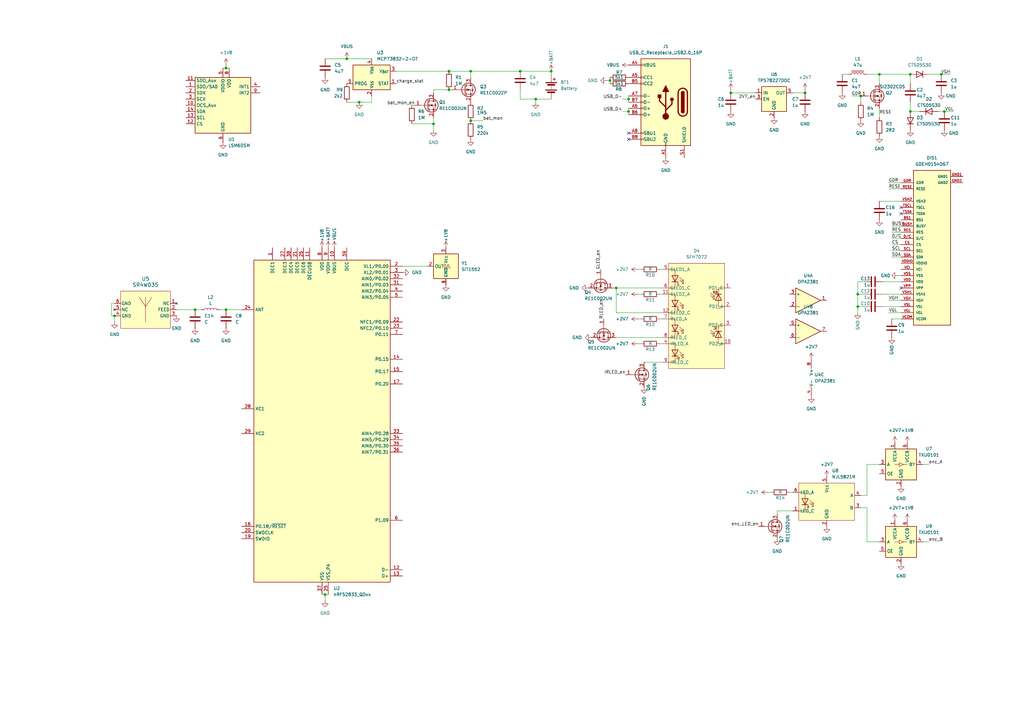
<source format=kicad_sch>
(kicad_sch (version 20250114) (generator "eeschema") (generator_version "9.0")
  (paper "A3")
  (text "TODO:\nIMU\nnRF\nLED resistors\nLevel shift en\nE-paper power\ntrans amp\nfilter\nadc?" (at -46.228 50.546 0) (effects (font (size 6.35 6.35))))
  (junction (at 213.36 29.21))
  (junction (at 360.68 30.48))
  (junction (at 257.81 45.72))
  (junction (at 250.19 33.02))
  (junction (at 46.99 129.54))
  (junction (at 92.71 27.94))
  (junction (at 386.08 30.48))
  (junction (at 184.15 29.21))
  (junction (at 92.71 127))
  (junction (at 351.79 120.65))
  (junction (at 351.79 125.73))
  (junction (at 252.73 118.11))
  (junction (at 373.38 30.48))
  (junction (at 373.38 45.72))
  (junction (at 80.01 127))
  (junction (at 353.06 39.37))
  (junction (at 226.06 29.21))
  (junction (at 133.35 243.84))
  (junction (at 299.72 38.1))
  (junction (at 142.24 24.13))
  (junction (at 330.2 38.1))
  (junction (at 193.04 29.21))
  (junction (at 184.15 36.83))
  (junction (at 193.04 49.53))
  (junction (at 387.35 45.72))
  (junction (at 147.32 41.91))
  (junction (at 257.81 40.64))
  (junction (at 177.8 50.8))
  (junction (at 219.71 40.64))
  (no_connect (at 257.81 54.61))
  (no_connect (at 369.57 87.63))
  (no_connect (at 369.57 118.11))
  (no_connect (at 257.81 57.15))
  (no_connect (at 369.57 85.09))
  (wire (pts (xy 355.6 222.25) (xy 360.68 222.25)))
  (wire (pts (xy 364.49 77.47) (xy 369.57 77.47)))
  (wire (pts (xy 353.06 39.37) (xy 353.06 41.91)))
  (wire (pts (xy 184.15 36.83) (xy 185.42 36.83)))
  (wire (pts (xy 193.04 29.21) (xy 193.04 31.75)))
  (wire (pts (xy 365.76 92.71) (xy 369.57 92.71)))
  (wire (pts (xy 45.72 129.54) (xy 46.99 129.54)))
  (wire (pts (xy 354.33 125.73) (xy 351.79 125.73)))
  (wire (pts (xy 255.27 45.72) (xy 257.81 45.72)))
  (wire (pts (xy 373.38 45.72) (xy 377.19 45.72)))
  (wire (pts (xy 226.06 29.21) (xy 226.06 30.48)))
  (wire (pts (xy 219.71 40.64) (xy 219.71 41.91)))
  (wire (pts (xy 177.8 53.34) (xy 177.8 50.8)))
  (wire (pts (xy 219.71 40.64) (xy 226.06 40.64)))
  (wire (pts (xy 177.8 36.83) (xy 184.15 36.83)))
  (wire (pts (xy 80.01 127) (xy 82.55 127)))
  (wire (pts (xy 378.46 222.25) (xy 381 222.25)))
  (wire (pts (xy 365.76 100.33) (xy 369.57 100.33)))
  (wire (pts (xy 248.92 33.02) (xy 250.19 33.02)))
  (wire (pts (xy 365.76 130.81) (xy 369.57 130.81)))
  (wire (pts (xy 360.68 82.55) (xy 369.57 82.55)))
  (wire (pts (xy 162.56 29.21) (xy 184.15 29.21)))
  (wire (pts (xy 257.81 44.45) (xy 257.81 45.72)))
  (wire (pts (xy 198.12 49.53) (xy 193.04 49.53)))
  (wire (pts (xy 168.91 50.8) (xy 177.8 50.8)))
  (wire (pts (xy 261.62 140.97) (xy 262.89 140.97)))
  (wire (pts (xy 252.73 138.43) (xy 271.78 138.43)))
  (wire (pts (xy 213.36 40.64) (xy 213.36 36.83)))
  (wire (pts (xy 368.3 113.03) (xy 369.57 113.03)))
  (wire (pts (xy 330.2 36.83) (xy 330.2 38.1)))
  (wire (pts (xy 299.72 38.1) (xy 299.72 36.83)))
  (wire (pts (xy 170.18 43.18) (xy 168.91 43.18)))
  (wire (pts (xy 360.68 190.5) (xy 355.6 190.5)))
  (wire (pts (xy 361.95 115.57) (xy 369.57 115.57)))
  (wire (pts (xy 252.73 128.27) (xy 271.78 128.27)))
  (wire (pts (xy 252.73 118.11) (xy 252.73 128.27)))
  (wire (pts (xy 325.12 38.1) (xy 330.2 38.1)))
  (wire (pts (xy 92.71 127) (xy 99.06 127)))
  (wire (pts (xy 354.33 115.57) (xy 351.79 115.57)))
  (wire (pts (xy 142.24 24.13) (xy 152.4 24.13)))
  (wire (pts (xy 345.44 30.48) (xy 347.98 30.48)))
  (wire (pts (xy 72.39 127) (xy 80.01 127)))
  (wire (pts (xy 133.35 24.13) (xy 142.24 24.13)))
  (wire (pts (xy 314.96 201.93) (xy 316.23 201.93)))
  (wire (pts (xy 373.38 34.29) (xy 373.38 30.48)))
  (wire (pts (xy 361.95 125.73) (xy 369.57 125.73)))
  (wire (pts (xy 270.51 140.97) (xy 271.78 140.97)))
  (wire (pts (xy 46.99 132.08) (xy 46.99 129.54)))
  (wire (pts (xy 264.16 148.59) (xy 271.78 148.59)))
  (wire (pts (xy 378.46 190.5) (xy 381 190.5)))
  (wire (pts (xy 361.95 120.65) (xy 369.57 120.65)))
  (wire (pts (xy 387.35 45.72) (xy 391.16 45.72)))
  (wire (pts (xy 381 30.48) (xy 386.08 30.48)))
  (wire (pts (xy 355.6 30.48) (xy 360.68 30.48)))
  (wire (pts (xy 349.25 39.37) (xy 353.06 39.37)))
  (wire (pts (xy 299.72 38.1) (xy 309.88 38.1)))
  (wire (pts (xy 364.49 74.93) (xy 369.57 74.93)))
  (wire (pts (xy 132.08 243.84) (xy 133.35 243.84)))
  (wire (pts (xy 325.12 209.55) (xy 318.77 209.55)))
  (wire (pts (xy 90.17 127) (xy 92.71 127)))
  (wire (pts (xy 193.04 29.21) (xy 213.36 29.21)))
  (wire (pts (xy 373.38 45.72) (xy 373.38 41.91)))
  (wire (pts (xy 213.36 29.21) (xy 226.06 29.21)))
  (wire (pts (xy 351.79 115.57) (xy 351.79 120.65)))
  (wire (pts (xy 364.49 128.27) (xy 369.57 128.27)))
  (wire (pts (xy 351.79 125.73) (xy 351.79 128.27)))
  (wire (pts (xy 270.51 110.49) (xy 271.78 110.49)))
  (wire (pts (xy 147.32 41.91) (xy 152.4 41.91)))
  (wire (pts (xy 360.68 30.48) (xy 373.38 30.48)))
  (wire (pts (xy 351.79 120.65) (xy 351.79 125.73)))
  (wire (pts (xy 261.62 130.81) (xy 262.89 130.81)))
  (wire (pts (xy 318.77 209.55) (xy 318.77 210.82)))
  (wire (pts (xy 365.76 95.25) (xy 369.57 95.25)))
  (wire (pts (xy 91.44 27.94) (xy 92.71 27.94)))
  (wire (pts (xy 92.71 27.94) (xy 93.98 27.94)))
  (wire (pts (xy 261.62 110.49) (xy 262.89 110.49)))
  (wire (pts (xy 354.33 120.65) (xy 351.79 120.65)))
  (wire (pts (xy 360.68 44.45) (xy 360.68 48.26)))
  (wire (pts (xy 261.62 120.65) (xy 262.89 120.65)))
  (wire (pts (xy 213.36 40.64) (xy 219.71 40.64)))
  (wire (pts (xy 323.85 201.93) (xy 325.12 201.93)))
  (wire (pts (xy 364.49 123.19) (xy 369.57 123.19)))
  (wire (pts (xy 257.81 40.64) (xy 257.81 41.91)))
  (wire (pts (xy 133.35 243.84) (xy 134.62 243.84)))
  (wire (pts (xy 177.8 36.83) (xy 177.8 38.1)))
  (wire (pts (xy 355.6 208.28) (xy 355.6 222.25)))
  (wire (pts (xy 152.4 41.91) (xy 152.4 39.37)))
  (wire (pts (xy 271.78 118.11) (xy 252.73 118.11)))
  (wire (pts (xy 257.81 39.37) (xy 257.81 40.64)))
  (wire (pts (xy 184.15 29.21) (xy 193.04 29.21)))
  (wire (pts (xy 250.19 33.02) (xy 250.19 34.29)))
  (wire (pts (xy 365.76 105.41) (xy 369.57 105.41)))
  (wire (pts (xy 250.19 31.75) (xy 250.19 33.02)))
  (wire (pts (xy 46.99 124.46) (xy 45.72 124.46)))
  (wire (pts (xy 355.6 190.5) (xy 355.6 203.2)))
  (wire (pts (xy 92.71 26.67) (xy 92.71 27.94)))
  (wire (pts (xy 177.8 50.8) (xy 177.8 48.26)))
  (wire (pts (xy 270.51 120.65) (xy 271.78 120.65)))
  (wire (pts (xy 255.27 40.64) (xy 257.81 40.64)))
  (wire (pts (xy 45.72 124.46) (xy 45.72 129.54)))
  (wire (pts (xy 142.24 41.91) (xy 147.32 41.91)))
  (wire (pts (xy 360.68 30.48) (xy 360.68 34.29)))
  (wire (pts (xy 386.08 30.48) (xy 389.89 30.48)))
  (wire (pts (xy 165.1 109.22) (xy 175.26 109.22)))
  (wire (pts (xy 251.46 118.11) (xy 252.73 118.11)))
  (wire (pts (xy 387.35 45.72) (xy 384.81 45.72)))
  (wire (pts (xy 365.76 97.79) (xy 369.57 97.79)))
  (wire (pts (xy 355.6 203.2) (xy 353.06 203.2)))
  (wire (pts (xy 365.76 102.87) (xy 369.57 102.87)))
  (wire (pts (xy 257.81 45.72) (xy 257.81 46.99)))
  (wire (pts (xy 270.51 130.81) (xy 271.78 130.81)))
  (wire (pts (xy 133.35 243.84) (xy 133.35 246.38)))
  (wire (pts (xy 353.06 208.28) (xy 355.6 208.28)))
  (label "enc_B" (at 381 222.25 0))
  (label "SDA" (at 365.76 105.41 0))
  (label "bat_mon" (at 198.12 49.53 0))
  (label "RESE" (at 364.49 77.47 0))
  (label "CS" (at 365.76 100.33 0))
  (label "VGL" (at 364.49 128.27 0))
  (label "SCL" (at 365.76 102.87 0))
  (label "VGH" (at 364.49 123.19 0))
  (label "IRLED_en" (at 256.54 153.67 180))
  (label "GLED_en" (at 246.38 110.49 90))
  (label "enc_A" (at 381 190.5 0))
  (label "USB_D-" (at 255.27 40.64 180))
  (label "GDR" (at 349.25 39.37 0))
  (label "RLED_en" (at 247.65 130.81 90))
  (label "charge_stat" (at 162.56 34.29 0))
  (label "RES" (at 365.76 95.25 0))
  (label "GDR" (at 364.49 74.93 0))
  (label "RESE" (at 360.68 46.99 0))
  (label "enc_LED_en" (at 311.15 215.9 180))
  (label "BUSY" (at 365.76 92.71 0))
  (label "VGH" (at 389.89 30.48 180))
  (label "2V7_en" (at 309.88 40.64 180))
  (label "USB_D+" (at 255.27 45.72 180))
  (label "VGL" (at 391.16 45.72 180))
  (label "bat_mon_en" (at 170.18 43.18 180))
  (label "D{slash}C" (at 365.76 97.79 0))
  (symbol (lib_name "GND_1") (lib_id "power:GND") (at 133.35 31.75 0) (unit 1)
    (property "Reference" "#PWR031" (effects (hide yes)))
    (property "Value" "GND" (at 133.35 36.83 0))
    (property "Description" "Power symbol creates a global label with name \"GND\" , ground" (effects (hide yes)))
  )
  (symbol (lib_id "MCU_Nordic:nRF52833_QDxx") (at 132.08 172.72 0) (unit 1)
    (property "Reference" "U2" (at 136.7633 241.3 0) (effects (justify left)))
    (property "Value" "nRF52833_QDxx" (at 136.7633 243.84 0) (effects (justify left)))
    (property "Footprint" "Package_DFN_QFN:QFN-40-1EP_5x5mm_P0.4mm_EP3.6x3.6mm" (effects (hide yes)))
    (property "Datasheet" "https://infocenter.nordicsemi.com/pdf/nRF52833_PS_v1.5.pdf" (effects (hide yes)))
    (property "Description" "Multiprotocol BLE/ANT/2.4 GHz/802.15.4 Cortex-M4F SoC, QFN-40" (effects (hide yes)))
  )
  (symbol (lib_name "GND_1") (lib_id "power:GND") (at 369.57 199.39 0) (unit 1)
    (property "Reference" "#PWR052" (effects (hide yes)))
    (property "Value" "GND" (at 369.57 204.47 0))
    (property "Description" "Power symbol creates a global label with name \"GND\" , ground" (effects (hide yes)))
  )
  (symbol (lib_id "Device:R") (at 193.04 53.34 0) (unit 1)
    (property "Reference" "R5" (at 195.58 52.0699 0) (effects (justify left)))
    (property "Value" "220k" (at 195.58 54.6099 0) (effects (justify left)))
    (property "Footprint" "Resistor_SMD:R_0402_1005Metric" (effects (hide yes)))
    (property "Description" "Resistor" (effects (hide yes)))
  )
  (symbol (lib_id "Transistor_FET:Q_NMOS_GSD") (at 247.65 135.89 270) (unit 1)
    (property "Reference" "Q5" (at 241.046 140.208 90) (effects (justify left)))
    (property "Value" "RE1C002UN" (at 241.046 142.748 90) (effects (justify left)))
    (property "Footprint" "Package_TO_SOT_SMD:SOT-416" (effects (hide yes)))
    (property "Datasheet" "https://fscdn.rohm.com/en/products/databook/datasheet/discrete/transistor/mosfet/re1c002untcl-e.pdf" (effects (hide yes)))
    (property "Description" "N-MOSFET transistor, gate/source/drain" (effects (hide yes)))
  )
  (symbol (lib_id "000_library:OPA2381") (at 335.28 154.94 0) (unit 3)
    (property "Reference" "U4" (at 334.01 153.6699 0) (effects (justify left)))
    (property "Value" "OPA2381" (at 334.01 156.2099 0) (effects (justify left)))
    (property "Footprint" "Package_DFN_QFN:DFN-8-1EP_3x3mm_P0.65mm_EP1.55x2.4mm" (effects (hide yes)))
    (property "Datasheet" "https://www.ti.com/lit/ds/symlink/opa2381.pdf?ts=1761107639892&ref_url=https%253A%252F%252Fwww.ti.com%252Fproduct%252FOPA2381" (effects (hide yes)))
    (property "Description" "Precision, Low Power, 18MHz  Transimpedance Amplifier" (effects (hide yes)))
  )
  (symbol (lib_id "Device:D") (at 373.38 49.53 90) (unit 1)
    (property "Reference" "D3" (at 375.92 48.26 90) (effects (justify right)))
    (property "Value" "CTS05S30" (at 375.92 50.8 90) (effects (justify right)))
    (property "Footprint" "E-Paper_Watch-Library:D_SOD-882" (effects (hide yes)))
    (property "Sim.Device" "D" (effects (hide yes)))
    (property "Sim.Pins" "1=K 2=A" (effects (hide yes)))
  )
  (symbol (lib_id "Device:R") (at 254 34.29 90) (unit 1)
    (property "Reference" "R8" (at 253.746 36.576 90))
    (property "Value" "5k1" (at 254 34.29 90))
    (property "Footprint" "Resistor_SMD:R_0402_1005Metric" (effects (hide yes)))
    (property "Description" "Resistor" (effects (hide yes)))
  )
  (symbol (lib_id "power:+BATT") (at 299.72 36.83 0) (unit 1)
    (property "Reference" "#PWR036" (effects (hide yes)))
    (property "Value" "+BATT" (at 299.72 31.242 90))
    (property "Description" "Power symbol creates a global label with name \"+BATT\"" (effects (hide yes)))
  )
  (symbol (lib_id "Device:R") (at 360.68 52.07 0) (unit 1)
    (property "Reference" "R3" (at 363.22 50.8 0) (effects (justify left)))
    (property "Value" "2R2" (at 363.22 53.34 0) (effects (justify left)))
    (property "Footprint" "Resistor_SMD:R_0402_1005Metric" (effects (hide yes)))
  )
  (symbol (lib_id "Transistor_FET:Q_NMOS_GSD") (at 175.26 43.18 0) (unit 1)
    (property "Reference" "Q1" (at 180.086 41.91 0) (effects (justify left)))
    (property "Value" "RE1C002UN" (at 180.086 44.45 0) (effects (justify left)))
    (property "Footprint" "Package_TO_SOT_SMD:SOT-416" (effects (hide yes)))
    (property "Datasheet" "https://fscdn.rohm.com/en/products/databook/datasheet/discrete/transistor/mosfet/re1c002untcl-e.pdf" (effects (hide yes)))
    (property "Description" "N-MOSFET transistor, gate/source/drain" (effects (hide yes)))
  )
  (symbol (lib_id "power:GND") (at 353.06 49.53 0) (unit 1)
    (property "Reference" "#PWR017" (effects (hide yes)))
    (property "Value" "GND" (at 353.06 54.61 0))
  )
  (symbol (lib_id "E-Paper-Watch-Library:GDEH0154D67") (at 374.65 72.39 0) (unit 1)
    (property "Reference" "DIS1" (at 382.27 64.77 0))
    (property "Value" "GDEH0154D67" (at 382.27 67.31 0))
    (property "Footprint" "E-Paper_Watch-Library:GDEH0154D67" (effects (hide yes)))
  )
  (symbol (lib_name "GND_1") (lib_id "power:GND") (at 299.72 45.72 0) (unit 1)
    (property "Reference" "#PWR038" (effects (hide yes)))
    (property "Value" "GND" (at 299.72 50.8 0))
    (property "Description" "Power symbol creates a global label with name \"GND\" , ground" (effects (hide yes)))
  )
  (symbol (lib_id "power:VBUS") (at 142.24 24.13 0) (unit 1)
    (property "Reference" "#PWR032" (effects (hide yes)))
    (property "Value" "VBUS" (at 142.24 19.05 0))
    (property "Description" "Power symbol creates a global label with name \"VBUS\"" (effects (hide yes)))
  )
  (symbol (lib_id "Device:R") (at 168.91 46.99 0) (unit 1)
    (property "Reference" "R6" (at 171.45 45.7199 0) (effects (justify left)))
    (property "Value" "1M" (at 171.45 48.2599 0) (effects (justify left)))
    (property "Footprint" "Resistor_SMD:R_0402_1005Metric" (effects (hide yes)))
    (property "Description" "Resistor" (effects (hide yes)))
  )
  (symbol (lib_id "Device:R") (at 184.15 33.02 0) (unit 1)
    (property "Reference" "R1" (at 186.69 31.7499 0) (effects (justify left)))
    (property "Value" "1M" (at 186.69 34.2899 0) (effects (justify left)))
    (property "Footprint" "Resistor_SMD:R_0402_1005Metric" (effects (hide yes)))
    (property "Description" "Resistor" (effects (hide yes)))
  )
  (symbol (lib_name "GND_1") (lib_id "power:GND") (at 177.8 53.34 0) (unit 1)
    (property "Reference" "#PWR025" (effects (hide yes)))
    (property "Value" "GND" (at 177.8 58.42 0))
    (property "Description" "Power symbol creates a global label with name \"GND\" , ground" (effects (hide yes)))
  )
  (symbol (lib_id "power:GND") (at 386.08 38.1 0) (unit 1)
    (property "Reference" "#PWR016" (effects (hide yes)))
    (property "Value" "GND" (at 389.89 39.37 0))
  )
  (symbol (lib_name "GND_1") (lib_id "power:GND") (at 92.71 134.62 0) (unit 1)
    (property "Reference" "#PWR056" (effects (hide yes)))
    (property "Value" "GND" (at 92.71 139.7 0))
    (property "Description" "Power symbol creates a global label with name \"GND\" , ground" (effects (hide yes)))
  )
  (symbol (lib_id "power:GND") (at 345.44 38.1 0) (unit 1)
    (property "Reference" "#PWR014" (effects (hide yes)))
    (property "Value" "GND" (at 345.44 43.18 0))
  )
  (symbol (lib_name "GND_1") (lib_id "power:GND") (at 91.44 58.42 0) (unit 1)
    (property "Reference" "#PWR010" (effects (hide yes)))
    (property "Value" "GND" (at 91.44 63.5 0))
    (property "Description" "Power symbol creates a global label with name \"GND\" , ground" (effects (hide yes)))
  )
  (symbol (lib_name "GND_1") (lib_id "power:GND") (at 248.92 33.02 270) (unit 1)
    (property "Reference" "#PWR033" (effects (hide yes)))
    (property "Value" "GND" (at 245.11 33.0199 90) (effects (justify right)))
    (property "Description" "Power symbol creates a global label with name \"GND\" , ground" (effects (hide yes)))
  )
  (symbol (lib_id "power:+2V5") (at 367.03 181.61 0) (unit 1)
    (property "Reference" "#PWR051" (effects (hide yes)))
    (property "Value" "+2V7" (at 367.03 176.53 0))
    (property "Description" "Power symbol creates a global label with name \"+2V5\"" (effects (hide yes)))
  )
  (symbol (lib_id "Device:D") (at 381 45.72 0) (unit 1)
    (property "Reference" "D2" (at 381 40.64 0))
    (property "Value" "CTS05S30" (at 381 43.18 0))
    (property "Footprint" "E-Paper_Watch-Library:D_SOD-882" (effects (hide yes)))
    (property "Sim.Device" "D" (effects (hide yes)))
    (property "Sim.Pins" "1=K 2=A" (effects (hide yes)))
  )
  (symbol (lib_id "Device:R") (at 266.7 130.81 90) (unit 1)
    (property "Reference" "R12" (at 266.7 133.096 90))
    (property "Value" "R" (at 266.7 130.81 90))
    (property "Footprint" "Resistor_SMD:R_0402_1005Metric" (effects (hide yes)))
    (property "Description" "Resistor" (effects (hide yes)))
  )
  (symbol (lib_id "power:+1V8") (at 372.11 181.61 0) (unit 1)
    (property "Reference" "#PWR055" (effects (hide yes)))
    (property "Value" "+1V8" (at 372.11 176.53 0))
    (property "Description" "Power symbol creates a global label with name \"+1V8\"" (effects (hide yes)))
  )
  (symbol (lib_id "Device:R") (at 266.7 120.65 90) (unit 1)
    (property "Reference" "R11" (at 266.7 122.936 90))
    (property "Value" "R" (at 266.7 120.65 90))
    (property "Footprint" "Resistor_SMD:R_0402_1005Metric" (effects (hide yes)))
    (property "Description" "Resistor" (effects (hide yes)))
  )
  (symbol (lib_id "Transistor_FET:Q_PMOS_GSD") (at 190.5 36.83 0) (unit 1)
    (property "Reference" "Q3" (at 196.85 35.5599 0) (effects (justify left)))
    (property "Value" "RE1C002ZP" (at 196.85 38.0999 0) (effects (justify left)))
    (property "Footprint" "Package_TO_SOT_SMD:SOT-416" (effects (hide yes)))
    (property "Datasheet" "https://fscdn.rohm.com/en/products/databook/datasheet/discrete/transistor/mosfet/re1c002zp-e.pdf" (effects (hide yes)))
    (property "Description" "P-MOSFET transistor, gate/source/drain" (effects (hide yes)))
  )
  (symbol (lib_id "power:GND") (at 360.68 90.17 0) (unit 1)
    (property "Reference" "#PWR034" (effects (hide yes)))
    (property "Value" "GND" (at 360.68 95.25 0))
  )
  (symbol (lib_id "Sensor_Motion:LSM6DSM") (at 91.44 43.18 0) (unit 1)
    (property "Reference" "U1" (at 93.5833 57.15 0) (effects (justify left)))
    (property "Value" "LSM6DSM" (at 93.5833 59.69 0) (effects (justify left)))
    (property "Footprint" "Package_LGA:LGA-14_3x2.5mm_P0.5mm_LayoutBorder3x4y" (effects (hide yes)))
    (property "Datasheet" "https://www.st.com/resource/en/datasheet/lsm6dsm.pdf" (effects (hide yes)))
    (property "Description" "I2C/SPI, iNEMO inertial module: always-on 3D accelerometer and 3D gyroscope, with auxiliary SPI, 1.71V to 3.6V VCC" (effects (hide yes)))
  )
  (symbol (lib_id "power:GND") (at 360.68 55.88 0) (unit 1)
    (property "Reference" "#PWR018" (effects (hide yes)))
    (property "Value" "GND" (at 360.68 60.96 0))
  )
  (symbol (lib_id "power:+2V5") (at 261.62 130.81 90) (unit 1)
    (property "Reference" "#PWR043" (effects (hide yes)))
    (property "Value" "+2V7" (at 257.81 130.8099 90) (effects (justify left)))
    (property "Description" "Power symbol creates a global label with name \"+2V5\"" (effects (hide yes)))
  )
  (symbol (lib_id "power:+2V5") (at 261.62 140.97 90) (unit 1)
    (property "Reference" "#PWR044" (effects (hide yes)))
    (property "Value" "+2V7" (at 257.81 140.9699 90) (effects (justify left)))
    (property "Description" "Power symbol creates a global label with name \"+2V5\"" (effects (hide yes)))
  )
  (symbol (lib_id "Transistor_FET:DMN2230U") (at 358.14 39.37 0) (unit 1)
    (property "Reference" "Q2" (at 363.22 38.1 0) (effects (justify left)))
    (property "Value" "SI2302CDS" (at 360.68 35.56 0) (effects (justify left)))
    (property "Footprint" "Package_TO_SOT_SMD:SOT-23" (effects (hide yes)))
    (property "Datasheet" "https://www.vishay.com/docs/68645/si2302cds.pdf" (effects (hide yes)))
  )
  (symbol (lib_name "GND_1") (lib_id "power:GND") (at 242.57 138.43 270) (unit 1)
    (property "Reference" "#PWR046" (effects (hide yes)))
    (property "Value" "GND" (at 238.76 138.4299 90) (effects (justify right)))
    (property "Description" "Power symbol creates a global label with name \"GND\" , ground" (effects (hide yes)))
  )
  (symbol (lib_name "GND_1") (lib_id "power:GND") (at 339.09 215.9 0) (unit 1)
    (property "Reference" "#PWR06" (effects (hide yes)))
    (property "Value" "GND" (at 339.09 220.98 0))
    (property "Description" "Power symbol creates a global label with name \"GND\" , ground" (effects (hide yes)))
  )
  (symbol (lib_id "Device:C") (at 373.38 38.1 0) (unit 1)
    (property "Reference" "C2" (at 375.92 36.83 0) (effects (justify left)))
    (property "Value" "4u7" (at 375.92 39.37 0) (effects (justify left)))
    (property "Footprint" "Capacitor_SMD:C_0805_2012Metric" (effects (hide yes)))
  )
  (symbol (lib_id "power:+2V5") (at 367.03 213.36 0) (unit 1)
    (property "Reference" "#PWR050" (effects (hide yes)))
    (property "Value" "+2V7" (at 367.03 208.28 0))
    (property "Description" "Power symbol creates a global label with name \"+2V5\"" (effects (hide yes)))
  )
  (symbol (lib_id "power:VBUS") (at 257.81 26.67 90) (unit 1)
    (property "Reference" "#PWR021" (effects (hide yes)))
    (property "Value" "VBUS" (at 254 26.6699 90) (effects (justify left)))
    (property "Description" "Power symbol creates a global label with name \"VBUS\"" (effects (hide yes)))
  )
  (symbol (lib_id "000_library:SR4W035") (at 80.01 124.46 0) (mirror y) (unit 1)
    (property "Reference" "U5" (at 59.69 114.3 0) (effects (font (size 1.524 1.524))))
    (property "Value" "SR4W035" (at 59.69 116.84 0) (effects (font (size 1.524 1.524))))
    (property "Footprint" "Library:SR4W035_4X6_ANT" (effects (hide yes)))
    (property "Datasheet" "SR4W035" (effects (hide yes)))
  )
  (symbol (lib_id "power:GND") (at 368.3 113.03 270) (unit 1)
    (property "Reference" "#PWR027" (effects (hide yes)))
    (property "Value" "GND" (at 363.22 113.03 90))
  )
  (symbol (lib_name "GND_1") (lib_id "power:GND") (at 241.3 118.11 270) (unit 1)
    (property "Reference" "#PWR045" (effects (hide yes)))
    (property "Value" "GND" (at 237.49 118.1099 90) (effects (justify right)))
    (property "Description" "Power symbol creates a global label with name \"GND\" , ground" (effects (hide yes)))
  )
  (symbol (lib_id "power:+1V8") (at 372.11 213.36 0) (unit 1)
    (property "Reference" "#PWR054" (effects (hide yes)))
    (property "Value" "+1V8" (at 372.11 208.28 0))
    (property "Description" "Power symbol creates a global label with name \"+1V8\"" (effects (hide yes)))
  )
  (symbol (lib_name "GND_1") (lib_id "power:GND") (at 317.5 48.26 0) (unit 1)
    (property "Reference" "#PWR07" (effects (hide yes)))
    (property "Value" "GND" (at 317.5 53.34 0))
    (property "Description" "Power symbol creates a global label with name \"GND\" , ground" (effects (hide yes)))
  )
  (symbol (lib_name "GND_1") (lib_id "power:GND") (at 369.57 231.14 0) (unit 1)
    (property "Reference" "#PWR053" (effects (hide yes)))
    (property "Value" "GND" (at 369.57 236.22 0))
    (property "Description" "Power symbol creates a global label with name \"GND\" , ground" (effects (hide yes)))
  )
  (symbol (lib_name "GND_1") (lib_id "power:GND") (at 273.05 64.77 0) (unit 1)
    (property "Reference" "#PWR09" (effects (hide yes)))
    (property "Value" "GND" (at 273.05 69.85 0))
    (property "Description" "Power symbol creates a global label with name \"GND\" , ground" (effects (hide yes)))
  )
  (symbol (lib_id "000_library:SFH7072") (at 285.75 129.54 0) (unit 1)
    (property "Reference" "D4" (at 285.75 102.87 0))
    (property "Value" "SFH7072" (at 285.75 105.41 0))
    (property "Footprint" "Library:SFH7072" (effects (hide yes)))
    (property "Datasheet" "https://look.ams-osram.com/m/682b32d8c8dd3713/original/SFH-7072.pdf" (effects (hide yes)))
  )
  (symbol (lib_name "GND_1") (lib_id "power:GND") (at 72.39 129.54 0) (unit 1)
    (property "Reference" "#PWR03" (effects (hide yes)))
    (property "Value" "GND" (at 72.39 134.62 0))
    (property "Description" "Power symbol creates a global label with name \"GND\" , ground" (effects (hide yes)))
  )
  (symbol (lib_id "Device:C") (at 80.01 130.81 0) (unit 1)
    (property "Reference" "C14" (at 83.82 129.5399 0) (effects (justify left)))
    (property "Value" "C" (at 83.82 132.0799 0) (effects (justify left)))
    (property "Footprint" "Capacitor_SMD:C_0402_1005Metric" (effects (hide yes)))
    (property "Description" "Unpolarized capacitor" (effects (hide yes)))
  )
  (symbol (lib_id "Device:R") (at 320.04 201.93 90) (unit 1)
    (property "Reference" "R14" (at 320.04 204.216 90))
    (property "Value" "R" (at 320.04 201.93 90))
    (property "Footprint" "Resistor_SMD:R_0402_1005Metric" (effects (hide yes)))
    (property "Description" "Resistor" (effects (hide yes)))
  )
  (symbol (lib_name "GND_1") (lib_id "power:GND") (at 318.77 220.98 0) (unit 1)
    (property "Reference" "#PWR048" (effects (hide yes)))
    (property "Value" "GND" (at 318.77 226.06 0))
    (property "Description" "Power symbol creates a global label with name \"GND\" , ground" (effects (hide yes)))
  )
  (symbol (lib_id "Connector:USB_C_Receptacle_USB2.0_16P") (at 273.05 41.91 0) (mirror y) (unit 1)
    (property "Reference" "J1" (at 273.05 19.05 0))
    (property "Value" "USB_C_Receptacle_USB2.0_16P" (at 273.05 21.59 0))
    (property "Footprint" "Library:GCT_USB4720-03-A_REVA" (effects (hide yes)))
    (property "Datasheet" "https://www.usb.org/sites/default/files/documents/usb_type-c.zip" (effects (hide yes)))
    (property "Description" "USB 2.0-only 16P Type-C Receptacle connector" (effects (hide yes)))
  )
  (symbol (lib_id "Device:C") (at 358.14 125.73 90) (unit 1)
    (property "Reference" "C10" (at 356.87 124.46 90) (effects (justify left)))
    (property "Value" "1u" (at 356.87 127 90) (effects (justify left)))
    (property "Footprint" "Capacitor_SMD:C_0805_2012Metric" (effects (hide yes)))
  )
  (symbol (lib_id "Device:R") (at 254 31.75 90) (unit 1)
    (property "Reference" "R7" (at 254 29.718 90))
    (property "Value" "5k1" (at 254 31.75 90))
    (property "Footprint" "Resistor_SMD:R_0402_1005Metric" (effects (hide yes)))
    (property "Description" "Resistor" (effects (hide yes)))
  )
  (symbol (lib_id "000_library:OPA2381") (at 331.47 123.19 0) (unit 1)
    (property "Reference" "U4" (at 331.47 113.03 0))
    (property "Value" "OPA2381" (at 331.47 115.57 0))
    (property "Footprint" "Package_DFN_QFN:DFN-8-1EP_3x3mm_P0.65mm_EP1.55x2.4mm" (effects (hide yes)))
    (property "Datasheet" "https://www.ti.com/lit/ds/symlink/opa2381.pdf?ts=1761107639892&ref_url=https%253A%252F%252Fwww.ti.com%252Fproduct%252FOPA2381" (effects (hide yes)))
    (property "Description" "Precision, Low Power, 18MHz  Transimpedance Amplifier" (effects (hide yes)))
  )
  (symbol (lib_id "Device:Battery") (at 226.06 35.56 0) (unit 1)
    (property "Reference" "BT1" (at 229.87 33.7184 0) (effects (justify left)))
    (property "Value" "Battery" (at 229.87 36.2584 0) (effects (justify left)))
    (property "Description" "Multiple-cell battery" (effects (hide yes)))
  )
  (symbol (lib_id "power:+1V8") (at 182.88 101.6 0) (unit 1)
    (property "Reference" "#PWR035" (effects (hide yes)))
    (property "Value" "+1V8" (at 182.88 96.52 90))
    (property "Description" "Power symbol creates a global label with name \"+1V8\"" (effects (hide yes)))
  )
  (symbol (lib_name "GND_1") (lib_id "power:GND") (at 46.99 132.08 0) (unit 1)
    (property "Reference" "#PWR013" (effects (hide yes)))
    (property "Value" "GND" (at 46.99 137.16 0))
    (property "Description" "Power symbol creates a global label with name \"GND\" , ground" (effects (hide yes)))
  )
  (symbol (lib_id "Device:D") (at 377.19 30.48 180) (unit 1)
    (property "Reference" "D1" (at 377.19 24.13 0))
    (property "Value" "CTS05S30" (at 377.19 26.67 0))
    (property "Footprint" "E-Paper_Watch-Library:D_SOD-882" (effects (hide yes)))
    (property "Datasheet" "https://toshiba.semicon-storage.com/info/CTS05S30_datasheet_en_20140404.pdf?did=13982&prodName=CTS05S30" (effects (hide yes)))
    (property "Sim.Device" "D" (effects (hide yes)))
    (property "Sim.Pins" "1=K 2=A" (effects (hide yes)))
  )
  (symbol (lib_id "power:GND") (at 351.79 128.27 0) (unit 1)
    (property "Reference" "#PWR028" (effects (hide yes)))
    (property "Value" "GND" (at 351.79 133.35 90))
  )
  (symbol (lib_id "000_library:TXU0101DRYR") (at 369.57 222.25 0) (unit 1)
    (property "Reference" "U9" (at 381 215.8298 0))
    (property "Value" "TXU0101" (at 381 218.3698 0))
    (property "Footprint" "Package_SON:Texas_USON-6_1x1.45mm_P0.5mm_SMD" (effects (hide yes)))
    (property "Datasheet" "https://www.ti.com/lit/ds/symlink/txu0101.pdf" (effects (hide yes)))
    (property "Description" "Single Power Supply, Single Buffer GATE, CMOS Logic, Level Shifter, SOT-23-5" (effects (hide yes)))
  )
  (symbol (lib_id "power:GND") (at 373.38 53.34 0) (unit 1)
    (property "Reference" "#PWR015" (effects (hide yes)))
    (property "Value" "GND" (at 373.38 58.42 0))
  )
  (symbol (lib_id "Battery_Management:MCP73832-2-OT") (at 152.4 31.75 0) (unit 1)
    (property "Reference" "U3" (at 154.5433 21.59 0) (effects (justify left)))
    (property "Value" "MCP73832-2-OT" (at 154.5433 24.13 0) (effects (justify left)))
    (property "Footprint" "Package_TO_SOT_SMD:SOT-23-5" (effects (hide yes)))
    (property "Datasheet" "http://ww1.microchip.com/downloads/en/DeviceDoc/20001984g.pdf" (effects (hide yes)))
    (property "Description" "Single cell, Li-Ion/Li-Po charge management controller, 4.20V, Open-Drain Status Output, in SOT23-5 package" (effects (hide yes)))
  )
  (symbol (lib_id "power:GND") (at 365.76 138.43 0) (unit 1)
    (property "Reference" "#PWR029" (effects (hide yes)))
    (property "Value" "GND" (at 365.76 143.51 90))
  )
  (symbol (lib_id "power:+2V5") (at 332.74 147.32 0) (unit 1)
    (property "Reference" "#PWR019" (effects (hide yes)))
    (property "Value" "+2V7" (at 332.74 142.24 0))
    (property "Description" "Power symbol creates a global label with name \"+2V5\"" (effects (hide yes)))
  )
  (symbol (lib_id "Device:C") (at 365.76 134.62 0) (unit 1)
    (property "Reference" "C9" (at 368.3 133.35 0) (effects (justify left)))
    (property "Value" "1u" (at 368.3 135.89 0) (effects (justify left)))
    (property "Footprint" "Capacitor_SMD:C_0805_2012Metric" (effects (hide yes)))
  )
  (symbol (lib_id "Device:C") (at 133.35 27.94 0) (unit 1)
    (property "Reference" "C5" (at 137.16 26.6699 0) (effects (justify left)))
    (property "Value" "4u7" (at 137.16 29.2099 0) (effects (justify left)))
    (property "Footprint" "Capacitor_SMD:C_0805_2012Metric" (effects (hide yes)))
    (property "Description" "Unpolarized capacitor" (effects (hide yes)))
  )
  (symbol (lib_name "GND_1") (lib_id "power:GND") (at 264.16 158.75 0) (unit 1)
    (property "Reference" "#PWR047" (effects (hide yes)))
    (property "Value" "GND" (at 264.1599 162.56 90) (effects (justify right)))
    (property "Description" "Power symbol creates a global label with name \"GND\" , ground" (effects (hide yes)))
  )
  (symbol (lib_id "Device:C") (at 387.35 49.53 0) (unit 1)
    (property "Reference" "C11" (at 389.89 48.26 0) (effects (justify left)))
    (property "Value" "1u" (at 389.89 50.8 0) (effects (justify left)))
    (property "Footprint" "Capacitor_SMD:C_0805_2012Metric" (effects (hide yes)))
  )
  (symbol (lib_id "Regulator_Linear:TPS78227DDC") (at 317.5 40.64 0) (unit 1)
    (property "Reference" "U6" (at 317.5 30.48 0))
    (property "Value" "TPS78227DDC" (at 317.5 33.02 0))
    (property "Footprint" "Package_TO_SOT_SMD:SOT-23-5" (effects (hide yes)))
    (property "Datasheet" "http://www.ti.com/lit/gpn/tps782" (effects (hide yes)))
    (property "Description" "150-mA, 500nA Ultra-Low-IQ LDO, 2.7V, SOT-23-5" (effects (hide yes)))
  )
  (symbol (lib_id "power:+2V5") (at 261.62 110.49 90) (unit 1)
    (property "Reference" "#PWR041" (effects (hide yes)))
    (property "Value" "+2V7" (at 257.81 110.4899 90) (effects (justify left)))
    (property "Description" "Power symbol creates a global label with name \"+2V5\"" (effects (hide yes)))
  )
  (symbol (lib_id "power:+2V5") (at 330.2 36.83 0) (unit 1)
    (property "Reference" "#PWR037" (effects (hide yes)))
    (property "Value" "+2V7" (at 330.2 31.75 0))
    (property "Description" "Power symbol creates a global label with name \"+2V5\"" (effects (hide yes)))
  )
  (symbol (lib_name "GND_1") (lib_id "power:GND") (at 80.01 134.62 0) (unit 1)
    (property "Reference" "#PWR057" (effects (hide yes)))
    (property "Value" "GND" (at 80.01 139.7 0))
    (property "Description" "Power symbol creates a global label with name \"GND\" , ground" (effects (hide yes)))
  )
  (symbol (lib_id "Device:C") (at 358.14 115.57 90) (unit 1)
    (property "Reference" "C13" (at 356.87 114.3 90) (effects (justify left)))
    (property "Value" "1u" (at 356.87 116.84 90) (effects (justify left)))
    (property "Footprint" "Capacitor_SMD:C_0805_2012Metric" (effects (hide yes)))
  )
  (symbol (lib_id "Device:R") (at 266.7 110.49 90) (unit 1)
    (property "Reference" "R10" (at 266.7 112.776 90))
    (property "Value" "R" (at 266.7 110.49 90))
    (property "Footprint" "Resistor_SMD:R_0402_1005Metric" (effects (hide yes)))
    (property "Description" "Resistor" (effects (hide yes)))
  )
  (symbol (lib_id "Device:R") (at 193.04 45.72 0) (unit 1)
    (property "Reference" "R2" (at 195.58 44.4499 0) (effects (justify left)))
    (property "Value" "1M5" (at 195.58 46.228 0) (effects (justify left)))
    (property "Footprint" "Resistor_SMD:R_0402_1005Metric" (effects (hide yes)))
    (property "Description" "Resistor" (effects (hide yes)))
  )
  (symbol (lib_id "power:+2V5") (at 314.96 201.93 90) (unit 1)
    (property "Reference" "#PWR040" (effects (hide yes)))
    (property "Value" "+2V7" (at 311.15 201.9299 90) (effects (justify left)))
    (property "Description" "Power symbol creates a global label with name \"+2V5\"" (effects (hide yes)))
  )
  (symbol (lib_id "Device:L") (at 86.36 127 90) (unit 1)
    (property "Reference" "L2" (at 86.36 121.92 90))
    (property "Value" "L" (at 86.36 124.46 90))
    (property "Footprint" "Inductor_SMD:L_0402_1005Metric" (effects (hide yes)))
    (property "Description" "Inductor" (effects (hide yes)))
  )
  (symbol (lib_id "Device:R") (at 353.06 45.72 0) (unit 1)
    (property "Reference" "R4" (at 355.6 44.45 0) (effects (justify left)))
    (property "Value" "1M" (at 355.6 46.99 0) (effects (justify left)))
    (property "Footprint" "Resistor_SMD:R_0402_1005Metric" (effects (hide yes)))
  )
  (symbol (lib_name "GND_1") (lib_id "power:GND") (at 219.71 41.91 0) (unit 1)
    (property "Reference" "#PWR023" (effects (hide yes)))
    (property "Value" "GND" (at 219.71 46.99 0))
    (property "Description" "Power symbol creates a global label with name \"GND\" , ground" (effects (hide yes)))
  )
  (symbol (lib_id "000_library:OPA2381") (at 331.47 135.89 0) (unit 2)
    (property "Reference" "U4" (at 331.47 125.73 0))
    (property "Value" "OPA2381" (at 331.47 128.27 0))
    (property "Footprint" "Package_DFN_QFN:DFN-8-1EP_3x3mm_P0.65mm_EP1.55x2.4mm" (effects (hide yes)))
    (property "Datasheet" "https://www.ti.com/lit/ds/symlink/opa2381.pdf?ts=1761107639892&ref_url=https%253A%252F%252Fwww.ti.com%252Fproduct%252FOPA2381" (effects (hide yes)))
    (property "Description" "Precision, Low Power, 18MHz  Transimpedance Amplifier" (effects (hide yes)))
  )
  (symbol (lib_id "Device:C") (at 92.71 130.81 0) (unit 1)
    (property "Reference" "C8" (at 96.52 129.5399 0) (effects (justify left)))
    (property "Value" "C" (at 96.52 132.0799 0) (effects (justify left)))
    (property "Footprint" "Capacitor_SMD:C_0402_1005Metric" (effects (hide yes)))
    (property "Description" "Unpolarized capacitor" (effects (hide yes)))
  )
  (symbol (lib_name "GND_1") (lib_id "power:GND") (at 165.1 111.76 90) (unit 1)
    (property "Reference" "#PWR02" (effects (hide yes)))
    (property "Value" "GND" (at 168.91 111.7599 90) (effects (justify right)))
    (property "Description" "Power symbol creates a global label with name \"GND\" , ground" (effects (hide yes)))
  )
  (symbol (lib_id "Device:C") (at 299.72 41.91 0) (unit 1)
    (property "Reference" "C6" (at 294.386 40.64 0) (effects (justify left)))
    (property "Value" "1u" (at 294.386 43.18 0) (effects (justify left)))
    (property "Footprint" "Capacitor_SMD:C_0402_1005Metric" (effects (hide yes)))
  )
  (symbol (lib_id "Transistor_FET:Q_NMOS_GSD") (at 246.38 115.57 270) (unit 1)
    (property "Reference" "Q4" (at 239.776 119.888 90) (effects (justify left)))
    (property "Value" "RE1C002UN" (at 239.776 122.428 90) (effects (justify left)))
    (property "Footprint" "Package_TO_SOT_SMD:SOT-416" (effects (hide yes)))
    (property "Datasheet" "https://fscdn.rohm.com/en/products/databook/datasheet/discrete/transistor/mosfet/re1c002untcl-e.pdf" (effects (hide yes)))
    (property "Description" "N-MOSFET transistor, gate/source/drain" (effects (hide yes)))
  )
  (symbol (lib_id "power:GND") (at 387.35 53.34 0) (unit 1)
    (property "Reference" "#PWR026" (effects (hide yes)))
    (property "Value" "GND" (at 391.16 54.61 0))
  )
  (symbol (lib_id "power:+BATT") (at 226.06 29.21 0) (unit 1)
    (property "Reference" "#PWR030" (effects (hide yes)))
    (property "Value" "+BATT" (at 226.06 23.622 90))
    (property "Description" "Power symbol creates a global label with name \"+BATT\"" (effects (hide yes)))
  )
  (symbol (lib_id "Transistor_FET:Q_NMOS_GSD") (at 316.23 215.9 0) (unit 1)
    (property "Reference" "Q7" (at 320.548 222.504 90) (effects (justify left)))
    (property "Value" "RE1C002UN" (at 323.088 222.504 90) (effects (justify left)))
    (property "Footprint" "Package_TO_SOT_SMD:SOT-416" (effects (hide yes)))
    (property "Datasheet" "https://fscdn.rohm.com/en/products/databook/datasheet/discrete/transistor/mosfet/re1c002untcl-e.pdf" (effects (hide yes)))
    (property "Description" "N-MOSFET transistor, gate/source/drain" (effects (hide yes)))
  )
  (symbol (lib_id "Device:R") (at 266.7 140.97 90) (unit 1)
    (property "Reference" "R13" (at 266.7 143.256 90))
    (property "Value" "R" (at 266.7 140.97 90))
    (property "Footprint" "Resistor_SMD:R_0402_1005Metric" (effects (hide yes)))
    (property "Description" "Resistor" (effects (hide yes)))
  )
  (symbol (lib_id "power:+1V8") (at 92.71 26.67 0) (unit 1)
    (property "Reference" "#PWR020" (effects (hide yes)))
    (property "Value" "+1V8" (at 92.71 21.59 0))
    (property "Description" "Power symbol creates a global label with name \"+1V8\"" (effects (hide yes)))
  )
  (symbol (lib_id "000_library:TXU0101DRYR") (at 369.57 190.5 0) (unit 1)
    (property "Reference" "U7" (at 381 184.0798 0))
    (property "Value" "TXU0101" (at 381 186.6198 0))
    (property "Footprint" "Package_SON:Texas_USON-6_1x1.45mm_P0.5mm_SMD" (effects (hide yes)))
    (property "Datasheet" "https://www.ti.com/lit/ds/symlink/txu0101.pdf" (effects (hide yes)))
    (property "Description" "Single Power Supply, Single Buffer GATE, CMOS Logic, Level Shifter, SOT-23-5" (effects (hide yes)))
  )
  (symbol (lib_id "Transistor_FET:Q_NMOS_GSD") (at 261.62 153.67 0) (unit 1)
    (property "Reference" "Q6" (at 265.938 160.274 90) (effects (justify left)))
    (property "Value" "RE1C002UN" (at 268.478 160.274 90) (effects (justify left)))
    (property "Footprint" "Package_TO_SOT_SMD:SOT-416" (effects (hide yes)))
    (property "Datasheet" "https://fscdn.rohm.com/en/products/databook/datasheet/discrete/transistor/mosfet/re1c002untcl-e.pdf" (effects (hide yes)))
    (property "Description" "N-MOSFET transistor, gate/source/drain" (effects (hide yes)))
  )
  (symbol (lib_id "Device:R") (at 142.24 38.1 0) (unit 1)
    (property "Reference" "R9" (at 137.922 36.83 0) (effects (justify left)))
    (property "Value" "2k2" (at 136.906 39.37 0) (effects (justify left)))
    (property "Footprint" "Resistor_SMD:R_0402_1005Metric" (effects (hide yes)))
    (property "Description" "Resistor" (effects (hide yes)))
  )
  (symbol (lib_id "power:+2V5") (at 339.09 195.58 0) (unit 1)
    (property "Reference" "#PWR049" (effects (hide yes)))
    (property "Value" "+2V7" (at 339.09 190.5 0))
    (property "Description" "Power symbol creates a global label with name \"+2V5\"" (effects (hide yes)))
  )
  (symbol (lib_id "power:+BATT") (at 134.62 101.6 0) (unit 1)
    (property "Reference" "#PWR012" (effects (hide yes)))
    (property "Value" "+BATT" (at 134.62 96.012 90))
    (property "Description" "Power symbol creates a global label with name \"+BATT\"" (effects (hide yes)))
  )
  (symbol (lib_id "Device:C") (at 345.44 34.29 0) (unit 1)
    (property "Reference" "C1" (at 349.25 33.0199 0) (effects (justify left)))
    (property "Value" "4u7" (at 349.25 35.5599 0) (effects (justify left)))
    (property "Footprint" "Capacitor_SMD:C_0805_2012Metric" (effects (hide yes)))
  )
  (symbol (lib_id "Device:C") (at 330.2 41.91 0) (unit 1)
    (property "Reference" "C7" (at 324.866 40.64 0) (effects (justify left)))
    (property "Value" "1u" (at 324.866 43.18 0) (effects (justify left)))
    (property "Footprint" "Capacitor_SMD:C_0402_1005Metric" (effects (hide yes)))
  )
  (symbol (lib_id "Device:L_Iron") (at 351.79 30.48 90) (unit 1)
    (property "Reference" "L1" (at 351.79 24.13 90))
    (property "Value" "47u" (at 351.79 26.67 90))
    (property "Footprint" "Inductor_SMD:L_Bourns-SRN4018" (effects (hide yes)))
  )
  (symbol (lib_id "power:+2V5") (at 261.62 120.65 90) (unit 1)
    (property "Reference" "#PWR042" (effects (hide yes)))
    (property "Value" "+2V7" (at 257.81 120.6499 90) (effects (justify left)))
    (property "Description" "Power symbol creates a global label with name \"+2V5\"" (effects (hide yes)))
  )
  (symbol (lib_name "GND_1") (lib_id "power:GND") (at 193.04 57.15 0) (unit 1)
    (property "Reference" "#PWR024" (effects (hide yes)))
    (property "Value" "GND" (at 193.04 62.23 0))
    (property "Description" "Power symbol creates a global label with name \"GND\" , ground" (effects (hide yes)))
  )
  (symbol (lib_name "GND_1") (lib_id "power:GND") (at 330.2 45.72 0) (unit 1)
    (property "Reference" "#PWR039" (effects (hide yes)))
    (property "Value" "GND" (at 330.2 50.8 0))
    (property "Description" "Power symbol creates a global label with name \"GND\" , ground" (effects (hide yes)))
  )
  (symbol (lib_name "GND_1") (lib_id "power:GND") (at 332.74 162.56 0) (unit 1)
    (property "Reference" "#PWR05" (effects (hide yes)))
    (property "Value" "GND" (at 332.74 167.64 0))
    (property "Description" "Power symbol creates a global label with name \"GND\" , ground" (effects (hide yes)))
  )
  (symbol (lib_name "GND_1") (lib_id "power:GND") (at 133.35 246.38 0) (unit 1)
    (property "Reference" "#PWR04" (effects (hide yes)))
    (property "Value" "GND" (at 133.35 251.46 0))
    (property "Description" "Power symbol creates a global label with name \"GND\" , ground" (effects (hide yes)))
  )
  (symbol (lib_id "Device:C") (at 386.08 34.29 0) (unit 1)
    (property "Reference" "C3" (at 389.89 33.02 0) (effects (justify left)))
    (property "Value" "1u" (at 389.89 35.56 0) (effects (justify left)))
    (property "Footprint" "Capacitor_SMD:C_0805_2012Metric" (effects (hide yes)))
  )
  (symbol (lib_id "Device:C") (at 358.14 120.65 90) (unit 1)
    (property "Reference" "C12" (at 356.87 119.38 90) (effects (justify left)))
    (property "Value" "1u" (at 356.87 121.92 90) (effects (justify left)))
    (property "Footprint" "Capacitor_SMD:C_0805_2012Metric" (effects (hide yes)))
  )
  (symbol (lib_id "000_library:NJL5821R") (at 339.09 205.74 0) (unit 1)
    (property "Reference" "U8" (at 341.2333 193.04 0) (effects (justify left)))
    (property "Value" "NJL5821R" (at 341.2333 195.58 0) (effects (justify left)))
    (property "Footprint" "Library:NJL5821R" (effects (hide yes)))
    (property "Datasheet" "https://www.nisshinbo-microdevices.co.jp/en/pdf/datasheet/NJL5821R_NJL5822R_E.pdf" (effects (hide yes)))
  )
  (symbol (lib_id "000_library:SiT1552") (at 182.88 109.22 0) (mirror y) (unit 1)
    (property "Reference" "Y1" (at 189.23 107.9499 0) (effects (justify right)))
    (property "Value" "SiT1552" (at 189.23 110.4899 0) (effects (justify right)))
    (property "Footprint" "Library:SiT1552" (effects (hide yes)))
    (property "Datasheet" "https://www.sitime.com/datasheet/SiT1552" (effects (hide yes)))
    (property "Description" "Ultra-Low Power, 32.768 kHz MEMS TCXO" (effects (hide yes)))
  )
  (symbol (lib_id "power:VBUS") (at 137.16 101.6 0) (unit 1)
    (property "Reference" "#PWR022" (effects (hide yes)))
    (property "Value" "VBUS" (at 137.16 96.012 90))
    (property "Description" "Power symbol creates a global label with name \"VBUS\"" (effects (hide yes)))
  )
  (symbol (lib_name "GND_1") (lib_id "power:GND") (at 147.32 41.91 0) (unit 1)
    (property "Reference" "#PWR08" (effects (hide yes)))
    (property "Value" "GND" (at 147.32 46.99 0))
    (property "Description" "Power symbol creates a global label with name \"GND\" , ground" (effects (hide yes)))
  )
  (symbol (lib_id "Device:C") (at 213.36 33.02 0) (unit 1)
    (property "Reference" "C4" (at 217.17 31.7499 0) (effects (justify left)))
    (property "Value" "4u7" (at 217.17 34.2899 0) (effects (justify left)))
    (property "Footprint" "Capacitor_SMD:C_0805_2012Metric" (effects (hide yes)))
    (property "Description" "Unpolarized capacitor" (effects (hide yes)))
  )
  (symbol (lib_id "Device:C") (at 360.68 86.36 0) (unit 1)
    (property "Reference" "C16" (at 363.22 85.09 0) (effects (justify left)))
    (property "Value" "1u" (at 363.22 87.63 0) (effects (justify left)))
    (property "Footprint" "Capacitor_SMD:C_0805_2012Metric" (effects (hide yes)))
  )
  (symbol (lib_id "power:+1V8") (at 132.08 101.6 0) (unit 1)
    (property "Reference" "#PWR011" (effects (hide yes)))
    (property "Value" "+1V8" (at 132.08 96.52 90))
    (property "Description" "Power symbol creates a global label with name \"+1V8\"" (effects (hide yes)))
  )
  (symbol (lib_name "GND_1") (lib_id "power:GND") (at 182.88 116.84 0) (unit 1)
    (property "Reference" "#PWR01" (effects (hide yes)))
    (property "Value" "GND" (at 182.88 121.92 0))
    (property "Description" "Power symbol creates a global label with name \"GND\" , ground" (effects (hide yes)))
  )
)
</source>
